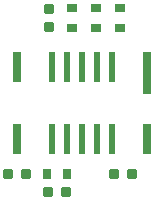
<source format=gbr>
%TF.GenerationSoftware,KiCad,Pcbnew,(6.99.0-1335-gdeb7a0beff)*%
%TF.CreationDate,2022-04-17T14:10:24+02:00*%
%TF.ProjectId,pcb_proto,7063625f-7072-46f7-946f-2e6b69636164,rev?*%
%TF.SameCoordinates,Original*%
%TF.FileFunction,Paste,Top*%
%TF.FilePolarity,Positive*%
%FSLAX46Y46*%
G04 Gerber Fmt 4.6, Leading zero omitted, Abs format (unit mm)*
G04 Created by KiCad (PCBNEW (6.99.0-1335-gdeb7a0beff)) date 2022-04-17 14:10:24*
%MOMM*%
%LPD*%
G01*
G04 APERTURE LIST*
G04 Aperture macros list*
%AMRoundRect*
0 Rectangle with rounded corners*
0 $1 Rounding radius*
0 $2 $3 $4 $5 $6 $7 $8 $9 X,Y pos of 4 corners*
0 Add a 4 corners polygon primitive as box body*
4,1,4,$2,$3,$4,$5,$6,$7,$8,$9,$2,$3,0*
0 Add four circle primitives for the rounded corners*
1,1,$1+$1,$2,$3*
1,1,$1+$1,$4,$5*
1,1,$1+$1,$6,$7*
1,1,$1+$1,$8,$9*
0 Add four rect primitives between the rounded corners*
20,1,$1+$1,$2,$3,$4,$5,0*
20,1,$1+$1,$4,$5,$6,$7,0*
20,1,$1+$1,$6,$7,$8,$9,0*
20,1,$1+$1,$8,$9,$2,$3,0*%
G04 Aperture macros list end*
%ADD10RoundRect,0.000000X0.350000X0.375000X-0.350000X0.375000X-0.350000X-0.375000X0.350000X-0.375000X0*%
%ADD11RoundRect,0.000000X-0.350000X-0.375000X0.350000X-0.375000X0.350000X0.375000X-0.350000X0.375000X0*%
%ADD12RoundRect,0.000000X-0.300000X-0.375000X0.300000X-0.375000X0.300000X0.375000X-0.300000X0.375000X0*%
%ADD13RoundRect,0.000000X-0.375000X0.300000X-0.375000X-0.300000X0.375000X-0.300000X0.375000X0.300000X0*%
%ADD14RoundRect,0.000000X-0.375000X0.350000X-0.375000X-0.350000X0.375000X-0.350000X0.375000X0.350000X0*%
%ADD15RoundRect,0.000000X0.300000X1.700000X-0.300000X1.700000X-0.300000X-1.700000X0.300000X-1.700000X0*%
%ADD16RoundRect,0.000000X0.250000X1.200000X-0.250000X1.200000X-0.250000X-1.200000X0.250000X-1.200000X0*%
%ADD17RoundRect,0.000000X0.300000X1.200000X-0.300000X1.200000X-0.300000X-1.200000X0.300000X-1.200000X0*%
G04 APERTURE END LIST*
D10*
%TO.C,C4*%
X125275000Y-85000000D03*
X123725000Y-85000000D03*
%TD*%
D11*
%TO.C,C2*%
X132725000Y-85000000D03*
X134275000Y-85000000D03*
%TD*%
D12*
%TO.C,R4*%
X127075000Y-85000000D03*
X128725000Y-85000000D03*
%TD*%
D13*
%TO.C,R2*%
X131200000Y-70975000D03*
X131200000Y-72625000D03*
%TD*%
D11*
%TO.C,C3*%
X127125000Y-86500000D03*
X128675000Y-86500000D03*
%TD*%
D14*
%TO.C,C1*%
X127200000Y-71025000D03*
X127200000Y-72575000D03*
%TD*%
D13*
%TO.C,R1*%
X133200000Y-70975000D03*
X133200000Y-72625000D03*
%TD*%
D15*
%TO.C,U2*%
X135500000Y-76450000D03*
D16*
X132540000Y-75950000D03*
X131270000Y-75950000D03*
X130000000Y-75950000D03*
X128730000Y-75950000D03*
X127460000Y-75950000D03*
D17*
X124500000Y-75950000D03*
X124500000Y-82050000D03*
D16*
X127460000Y-82050000D03*
X128730000Y-82050000D03*
X130000000Y-82050000D03*
X131270000Y-82050000D03*
X132540000Y-82050000D03*
D17*
X135500000Y-82050000D03*
%TD*%
D13*
%TO.C,R3*%
X129200000Y-70975000D03*
X129200000Y-72625000D03*
%TD*%
M02*

</source>
